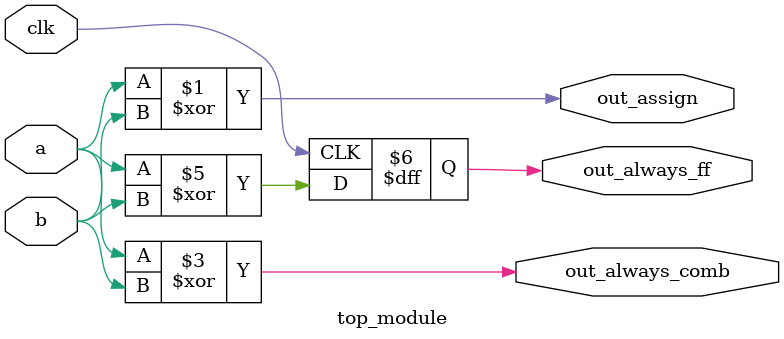
<source format=v>

module top_module(
    input clk,
    input a,
    input b,
    output wire out_assign,
    output reg out_always_comb,
    output reg out_always_ff   
);

	assign out_assign = a ^ b;

    always @(*) begin
        out_always_comb = a ^ b;
    end

    // clocked
    always @(posedge clk) begin
        out_always_ff <= a^b;
    end

endmodule

</source>
